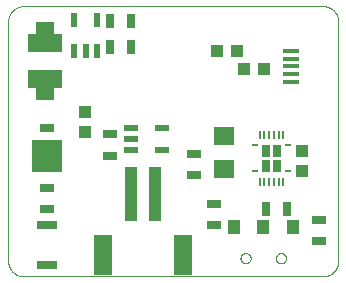
<source format=gbp>
G75*
%MOIN*%
%OFA0B0*%
%FSLAX25Y25*%
%IPPOS*%
%LPD*%
%AMOC8*
5,1,8,0,0,1.08239X$1,22.5*
%
%ADD10C,0.00000*%
%ADD11R,0.03937X0.04331*%
%ADD12R,0.04724X0.03150*%
%ADD13R,0.04724X0.02165*%
%ADD14R,0.10000X0.10500*%
%ADD15R,0.05000X0.03000*%
%ADD16R,0.11800X0.05900*%
%ADD17R,0.05900X0.04000*%
%ADD18R,0.03900X0.04700*%
%ADD19R,0.03937X0.18110*%
%ADD20R,0.06299X0.13386*%
%ADD21R,0.02165X0.04724*%
%ADD22R,0.05315X0.01575*%
%ADD23R,0.04331X0.03937*%
%ADD24R,0.06693X0.03150*%
%ADD25R,0.03150X0.03937*%
%ADD26R,0.02067X0.00984*%
%ADD27R,0.00787X0.03150*%
%ADD28R,0.07087X0.06299*%
%ADD29R,0.03150X0.04724*%
D10*
X0016800Y0011800D02*
X0116800Y0011800D01*
X0116940Y0011802D01*
X0117080Y0011808D01*
X0117220Y0011818D01*
X0117360Y0011831D01*
X0117499Y0011849D01*
X0117638Y0011871D01*
X0117775Y0011896D01*
X0117913Y0011925D01*
X0118049Y0011958D01*
X0118184Y0011995D01*
X0118318Y0012036D01*
X0118451Y0012081D01*
X0118583Y0012129D01*
X0118713Y0012181D01*
X0118842Y0012236D01*
X0118969Y0012295D01*
X0119095Y0012358D01*
X0119219Y0012424D01*
X0119340Y0012493D01*
X0119460Y0012566D01*
X0119578Y0012643D01*
X0119693Y0012722D01*
X0119807Y0012805D01*
X0119917Y0012891D01*
X0120026Y0012980D01*
X0120132Y0013072D01*
X0120235Y0013167D01*
X0120336Y0013264D01*
X0120433Y0013365D01*
X0120528Y0013468D01*
X0120620Y0013574D01*
X0120709Y0013683D01*
X0120795Y0013793D01*
X0120878Y0013907D01*
X0120957Y0014022D01*
X0121034Y0014140D01*
X0121107Y0014260D01*
X0121176Y0014381D01*
X0121242Y0014505D01*
X0121305Y0014631D01*
X0121364Y0014758D01*
X0121419Y0014887D01*
X0121471Y0015017D01*
X0121519Y0015149D01*
X0121564Y0015282D01*
X0121605Y0015416D01*
X0121642Y0015551D01*
X0121675Y0015687D01*
X0121704Y0015825D01*
X0121729Y0015962D01*
X0121751Y0016101D01*
X0121769Y0016240D01*
X0121782Y0016380D01*
X0121792Y0016520D01*
X0121798Y0016660D01*
X0121800Y0016800D01*
X0121800Y0096800D01*
X0121798Y0096940D01*
X0121792Y0097080D01*
X0121782Y0097220D01*
X0121769Y0097360D01*
X0121751Y0097499D01*
X0121729Y0097638D01*
X0121704Y0097775D01*
X0121675Y0097913D01*
X0121642Y0098049D01*
X0121605Y0098184D01*
X0121564Y0098318D01*
X0121519Y0098451D01*
X0121471Y0098583D01*
X0121419Y0098713D01*
X0121364Y0098842D01*
X0121305Y0098969D01*
X0121242Y0099095D01*
X0121176Y0099219D01*
X0121107Y0099340D01*
X0121034Y0099460D01*
X0120957Y0099578D01*
X0120878Y0099693D01*
X0120795Y0099807D01*
X0120709Y0099917D01*
X0120620Y0100026D01*
X0120528Y0100132D01*
X0120433Y0100235D01*
X0120336Y0100336D01*
X0120235Y0100433D01*
X0120132Y0100528D01*
X0120026Y0100620D01*
X0119917Y0100709D01*
X0119807Y0100795D01*
X0119693Y0100878D01*
X0119578Y0100957D01*
X0119460Y0101034D01*
X0119340Y0101107D01*
X0119219Y0101176D01*
X0119095Y0101242D01*
X0118969Y0101305D01*
X0118842Y0101364D01*
X0118713Y0101419D01*
X0118583Y0101471D01*
X0118451Y0101519D01*
X0118318Y0101564D01*
X0118184Y0101605D01*
X0118049Y0101642D01*
X0117913Y0101675D01*
X0117775Y0101704D01*
X0117638Y0101729D01*
X0117499Y0101751D01*
X0117360Y0101769D01*
X0117220Y0101782D01*
X0117080Y0101792D01*
X0116940Y0101798D01*
X0116800Y0101800D01*
X0016800Y0101800D01*
X0016660Y0101798D01*
X0016520Y0101792D01*
X0016380Y0101782D01*
X0016240Y0101769D01*
X0016101Y0101751D01*
X0015962Y0101729D01*
X0015825Y0101704D01*
X0015687Y0101675D01*
X0015551Y0101642D01*
X0015416Y0101605D01*
X0015282Y0101564D01*
X0015149Y0101519D01*
X0015017Y0101471D01*
X0014887Y0101419D01*
X0014758Y0101364D01*
X0014631Y0101305D01*
X0014505Y0101242D01*
X0014381Y0101176D01*
X0014260Y0101107D01*
X0014140Y0101034D01*
X0014022Y0100957D01*
X0013907Y0100878D01*
X0013793Y0100795D01*
X0013683Y0100709D01*
X0013574Y0100620D01*
X0013468Y0100528D01*
X0013365Y0100433D01*
X0013264Y0100336D01*
X0013167Y0100235D01*
X0013072Y0100132D01*
X0012980Y0100026D01*
X0012891Y0099917D01*
X0012805Y0099807D01*
X0012722Y0099693D01*
X0012643Y0099578D01*
X0012566Y0099460D01*
X0012493Y0099340D01*
X0012424Y0099219D01*
X0012358Y0099095D01*
X0012295Y0098969D01*
X0012236Y0098842D01*
X0012181Y0098713D01*
X0012129Y0098583D01*
X0012081Y0098451D01*
X0012036Y0098318D01*
X0011995Y0098184D01*
X0011958Y0098049D01*
X0011925Y0097913D01*
X0011896Y0097775D01*
X0011871Y0097638D01*
X0011849Y0097499D01*
X0011831Y0097360D01*
X0011818Y0097220D01*
X0011808Y0097080D01*
X0011802Y0096940D01*
X0011800Y0096800D01*
X0011800Y0016800D01*
X0011802Y0016660D01*
X0011808Y0016520D01*
X0011818Y0016380D01*
X0011831Y0016240D01*
X0011849Y0016101D01*
X0011871Y0015962D01*
X0011896Y0015825D01*
X0011925Y0015687D01*
X0011958Y0015551D01*
X0011995Y0015416D01*
X0012036Y0015282D01*
X0012081Y0015149D01*
X0012129Y0015017D01*
X0012181Y0014887D01*
X0012236Y0014758D01*
X0012295Y0014631D01*
X0012358Y0014505D01*
X0012424Y0014381D01*
X0012493Y0014260D01*
X0012566Y0014140D01*
X0012643Y0014022D01*
X0012722Y0013907D01*
X0012805Y0013793D01*
X0012891Y0013683D01*
X0012980Y0013574D01*
X0013072Y0013468D01*
X0013167Y0013365D01*
X0013264Y0013264D01*
X0013365Y0013167D01*
X0013468Y0013072D01*
X0013574Y0012980D01*
X0013683Y0012891D01*
X0013793Y0012805D01*
X0013907Y0012722D01*
X0014022Y0012643D01*
X0014140Y0012566D01*
X0014260Y0012493D01*
X0014381Y0012424D01*
X0014505Y0012358D01*
X0014631Y0012295D01*
X0014758Y0012236D01*
X0014887Y0012181D01*
X0015017Y0012129D01*
X0015149Y0012081D01*
X0015282Y0012036D01*
X0015416Y0011995D01*
X0015551Y0011958D01*
X0015687Y0011925D01*
X0015825Y0011896D01*
X0015962Y0011871D01*
X0016101Y0011849D01*
X0016240Y0011831D01*
X0016380Y0011818D01*
X0016520Y0011808D01*
X0016660Y0011802D01*
X0016800Y0011800D01*
X0089200Y0017800D02*
X0089202Y0017882D01*
X0089208Y0017964D01*
X0089218Y0018046D01*
X0089232Y0018127D01*
X0089249Y0018207D01*
X0089271Y0018286D01*
X0089296Y0018364D01*
X0089326Y0018441D01*
X0089358Y0018516D01*
X0089395Y0018590D01*
X0089435Y0018662D01*
X0089478Y0018732D01*
X0089525Y0018799D01*
X0089575Y0018865D01*
X0089628Y0018927D01*
X0089683Y0018987D01*
X0089742Y0019045D01*
X0089804Y0019099D01*
X0089868Y0019151D01*
X0089934Y0019199D01*
X0090003Y0019244D01*
X0090074Y0019286D01*
X0090147Y0019324D01*
X0090221Y0019359D01*
X0090297Y0019390D01*
X0090375Y0019417D01*
X0090453Y0019440D01*
X0090533Y0019460D01*
X0090614Y0019476D01*
X0090695Y0019488D01*
X0090777Y0019496D01*
X0090859Y0019500D01*
X0090941Y0019500D01*
X0091023Y0019496D01*
X0091105Y0019488D01*
X0091186Y0019476D01*
X0091267Y0019460D01*
X0091347Y0019440D01*
X0091425Y0019417D01*
X0091503Y0019390D01*
X0091579Y0019359D01*
X0091653Y0019324D01*
X0091726Y0019286D01*
X0091797Y0019244D01*
X0091866Y0019199D01*
X0091932Y0019151D01*
X0091996Y0019099D01*
X0092058Y0019045D01*
X0092117Y0018987D01*
X0092172Y0018927D01*
X0092225Y0018865D01*
X0092275Y0018799D01*
X0092322Y0018732D01*
X0092365Y0018662D01*
X0092405Y0018590D01*
X0092442Y0018516D01*
X0092474Y0018441D01*
X0092504Y0018364D01*
X0092529Y0018286D01*
X0092551Y0018207D01*
X0092568Y0018127D01*
X0092582Y0018046D01*
X0092592Y0017964D01*
X0092598Y0017882D01*
X0092600Y0017800D01*
X0092598Y0017718D01*
X0092592Y0017636D01*
X0092582Y0017554D01*
X0092568Y0017473D01*
X0092551Y0017393D01*
X0092529Y0017314D01*
X0092504Y0017236D01*
X0092474Y0017159D01*
X0092442Y0017084D01*
X0092405Y0017010D01*
X0092365Y0016938D01*
X0092322Y0016868D01*
X0092275Y0016801D01*
X0092225Y0016735D01*
X0092172Y0016673D01*
X0092117Y0016613D01*
X0092058Y0016555D01*
X0091996Y0016501D01*
X0091932Y0016449D01*
X0091866Y0016401D01*
X0091797Y0016356D01*
X0091726Y0016314D01*
X0091653Y0016276D01*
X0091579Y0016241D01*
X0091503Y0016210D01*
X0091425Y0016183D01*
X0091347Y0016160D01*
X0091267Y0016140D01*
X0091186Y0016124D01*
X0091105Y0016112D01*
X0091023Y0016104D01*
X0090941Y0016100D01*
X0090859Y0016100D01*
X0090777Y0016104D01*
X0090695Y0016112D01*
X0090614Y0016124D01*
X0090533Y0016140D01*
X0090453Y0016160D01*
X0090375Y0016183D01*
X0090297Y0016210D01*
X0090221Y0016241D01*
X0090147Y0016276D01*
X0090074Y0016314D01*
X0090003Y0016356D01*
X0089934Y0016401D01*
X0089868Y0016449D01*
X0089804Y0016501D01*
X0089742Y0016555D01*
X0089683Y0016613D01*
X0089628Y0016673D01*
X0089575Y0016735D01*
X0089525Y0016801D01*
X0089478Y0016868D01*
X0089435Y0016938D01*
X0089395Y0017010D01*
X0089358Y0017084D01*
X0089326Y0017159D01*
X0089296Y0017236D01*
X0089271Y0017314D01*
X0089249Y0017393D01*
X0089232Y0017473D01*
X0089218Y0017554D01*
X0089208Y0017636D01*
X0089202Y0017718D01*
X0089200Y0017800D01*
X0101000Y0017800D02*
X0101002Y0017882D01*
X0101008Y0017964D01*
X0101018Y0018046D01*
X0101032Y0018127D01*
X0101049Y0018207D01*
X0101071Y0018286D01*
X0101096Y0018364D01*
X0101126Y0018441D01*
X0101158Y0018516D01*
X0101195Y0018590D01*
X0101235Y0018662D01*
X0101278Y0018732D01*
X0101325Y0018799D01*
X0101375Y0018865D01*
X0101428Y0018927D01*
X0101483Y0018987D01*
X0101542Y0019045D01*
X0101604Y0019099D01*
X0101668Y0019151D01*
X0101734Y0019199D01*
X0101803Y0019244D01*
X0101874Y0019286D01*
X0101947Y0019324D01*
X0102021Y0019359D01*
X0102097Y0019390D01*
X0102175Y0019417D01*
X0102253Y0019440D01*
X0102333Y0019460D01*
X0102414Y0019476D01*
X0102495Y0019488D01*
X0102577Y0019496D01*
X0102659Y0019500D01*
X0102741Y0019500D01*
X0102823Y0019496D01*
X0102905Y0019488D01*
X0102986Y0019476D01*
X0103067Y0019460D01*
X0103147Y0019440D01*
X0103225Y0019417D01*
X0103303Y0019390D01*
X0103379Y0019359D01*
X0103453Y0019324D01*
X0103526Y0019286D01*
X0103597Y0019244D01*
X0103666Y0019199D01*
X0103732Y0019151D01*
X0103796Y0019099D01*
X0103858Y0019045D01*
X0103917Y0018987D01*
X0103972Y0018927D01*
X0104025Y0018865D01*
X0104075Y0018799D01*
X0104122Y0018732D01*
X0104165Y0018662D01*
X0104205Y0018590D01*
X0104242Y0018516D01*
X0104274Y0018441D01*
X0104304Y0018364D01*
X0104329Y0018286D01*
X0104351Y0018207D01*
X0104368Y0018127D01*
X0104382Y0018046D01*
X0104392Y0017964D01*
X0104398Y0017882D01*
X0104400Y0017800D01*
X0104398Y0017718D01*
X0104392Y0017636D01*
X0104382Y0017554D01*
X0104368Y0017473D01*
X0104351Y0017393D01*
X0104329Y0017314D01*
X0104304Y0017236D01*
X0104274Y0017159D01*
X0104242Y0017084D01*
X0104205Y0017010D01*
X0104165Y0016938D01*
X0104122Y0016868D01*
X0104075Y0016801D01*
X0104025Y0016735D01*
X0103972Y0016673D01*
X0103917Y0016613D01*
X0103858Y0016555D01*
X0103796Y0016501D01*
X0103732Y0016449D01*
X0103666Y0016401D01*
X0103597Y0016356D01*
X0103526Y0016314D01*
X0103453Y0016276D01*
X0103379Y0016241D01*
X0103303Y0016210D01*
X0103225Y0016183D01*
X0103147Y0016160D01*
X0103067Y0016140D01*
X0102986Y0016124D01*
X0102905Y0016112D01*
X0102823Y0016104D01*
X0102741Y0016100D01*
X0102659Y0016100D01*
X0102577Y0016104D01*
X0102495Y0016112D01*
X0102414Y0016124D01*
X0102333Y0016140D01*
X0102253Y0016160D01*
X0102175Y0016183D01*
X0102097Y0016210D01*
X0102021Y0016241D01*
X0101947Y0016276D01*
X0101874Y0016314D01*
X0101803Y0016356D01*
X0101734Y0016401D01*
X0101668Y0016449D01*
X0101604Y0016501D01*
X0101542Y0016555D01*
X0101483Y0016613D01*
X0101428Y0016673D01*
X0101375Y0016735D01*
X0101325Y0016801D01*
X0101278Y0016868D01*
X0101235Y0016938D01*
X0101195Y0017010D01*
X0101158Y0017084D01*
X0101126Y0017159D01*
X0101096Y0017236D01*
X0101071Y0017314D01*
X0101049Y0017393D01*
X0101032Y0017473D01*
X0101018Y0017554D01*
X0101008Y0017636D01*
X0101002Y0017718D01*
X0101000Y0017800D01*
D11*
X0109800Y0046954D03*
X0109800Y0053646D03*
X0037250Y0059754D03*
X0037250Y0066446D03*
D12*
X0045550Y0059093D03*
X0045550Y0052007D03*
X0024550Y0041343D03*
X0024550Y0034257D03*
X0073550Y0045507D03*
X0073550Y0052593D03*
X0080250Y0036043D03*
X0080250Y0028957D03*
X0115300Y0030593D03*
X0115300Y0023507D03*
D13*
X0062969Y0053810D03*
X0062969Y0061290D03*
X0052731Y0061290D03*
X0052731Y0057550D03*
X0052731Y0053810D03*
D14*
X0024550Y0051800D03*
D15*
X0024550Y0061050D03*
D16*
X0024050Y0077650D03*
X0024050Y0089450D03*
D17*
X0024050Y0094400D03*
X0024050Y0072700D03*
D18*
X0087000Y0028050D03*
X0096800Y0028050D03*
X0106600Y0028050D03*
D19*
X0060737Y0039367D03*
X0052863Y0039367D03*
D20*
X0043414Y0018894D03*
X0070186Y0018894D03*
D21*
X0041290Y0086931D03*
X0037550Y0086931D03*
X0033810Y0086931D03*
X0033810Y0097169D03*
X0041290Y0097169D03*
D22*
X0106170Y0086918D03*
X0106170Y0084359D03*
X0106170Y0081800D03*
X0106170Y0079241D03*
X0106170Y0076682D03*
D23*
X0097196Y0080900D03*
X0090504Y0080900D03*
X0088196Y0086850D03*
X0081504Y0086850D03*
D24*
X0024550Y0028993D03*
X0024550Y0015607D03*
D25*
X0097581Y0048688D03*
X0101519Y0048688D03*
X0101519Y0053412D03*
X0097581Y0053412D03*
D26*
X0094186Y0055381D03*
X0094186Y0046719D03*
X0104914Y0046719D03*
X0104914Y0055381D03*
D27*
X0103487Y0058826D03*
X0101912Y0058826D03*
X0100337Y0058826D03*
X0098763Y0058826D03*
X0097188Y0058826D03*
X0097188Y0058826D03*
X0095613Y0058826D03*
X0095613Y0043274D03*
X0097188Y0043274D03*
X0098763Y0043274D03*
X0100337Y0043274D03*
X0101912Y0043274D03*
X0103487Y0043274D03*
D28*
X0083600Y0047438D03*
X0083600Y0058462D03*
D29*
X0097757Y0034050D03*
X0104843Y0034050D03*
X0052843Y0088050D03*
X0045757Y0088050D03*
X0045757Y0096800D03*
X0052843Y0096800D03*
M02*

</source>
